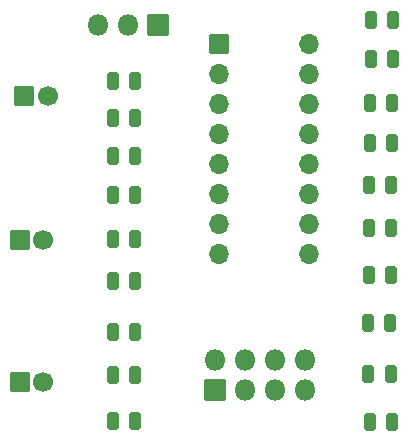
<source format=gts>
%TF.GenerationSoftware,KiCad,Pcbnew,(6.0.2)*%
%TF.CreationDate,2022-04-01T15:41:46-05:00*%
%TF.ProjectId,delayEffect,64656c61-7945-4666-9665-63742e6b6963,rev?*%
%TF.SameCoordinates,Original*%
%TF.FileFunction,Soldermask,Top*%
%TF.FilePolarity,Negative*%
%FSLAX46Y46*%
G04 Gerber Fmt 4.6, Leading zero omitted, Abs format (unit mm)*
G04 Created by KiCad (PCBNEW (6.0.2)) date 2022-04-01 15:41:46*
%MOMM*%
%LPD*%
G01*
G04 APERTURE LIST*
G04 Aperture macros list*
%AMRoundRect*
0 Rectangle with rounded corners*
0 $1 Rounding radius*
0 $2 $3 $4 $5 $6 $7 $8 $9 X,Y pos of 4 corners*
0 Add a 4 corners polygon primitive as box body*
4,1,4,$2,$3,$4,$5,$6,$7,$8,$9,$2,$3,0*
0 Add four circle primitives for the rounded corners*
1,1,$1+$1,$2,$3*
1,1,$1+$1,$4,$5*
1,1,$1+$1,$6,$7*
1,1,$1+$1,$8,$9*
0 Add four rect primitives between the rounded corners*
20,1,$1+$1,$2,$3,$4,$5,0*
20,1,$1+$1,$4,$5,$6,$7,0*
20,1,$1+$1,$6,$7,$8,$9,0*
20,1,$1+$1,$8,$9,$2,$3,0*%
G04 Aperture macros list end*
%ADD10O,1.800000X1.800000*%
%ADD11RoundRect,0.050000X0.850000X-0.850000X0.850000X0.850000X-0.850000X0.850000X-0.850000X-0.850000X0*%
%ADD12RoundRect,0.293750X0.243750X0.456250X-0.243750X0.456250X-0.243750X-0.456250X0.243750X-0.456250X0*%
%ADD13RoundRect,0.050000X-0.800000X-0.800000X0.800000X-0.800000X0.800000X0.800000X-0.800000X0.800000X0*%
%ADD14C,1.700000*%
%ADD15RoundRect,0.293750X-0.243750X-0.456250X0.243750X-0.456250X0.243750X0.456250X-0.243750X0.456250X0*%
%ADD16O,1.700000X1.700000*%
%ADD17RoundRect,0.050000X-0.850000X0.850000X-0.850000X-0.850000X0.850000X-0.850000X0.850000X0.850000X0*%
G04 APERTURE END LIST*
D10*
%TO.C,J1*%
X136525000Y-92075000D03*
X136525000Y-94615000D03*
X133985000Y-92075000D03*
X133985000Y-94615000D03*
X131445000Y-92075000D03*
X131445000Y-94615000D03*
X128905000Y-92075000D03*
D11*
X128905000Y-94615000D03*
%TD*%
D12*
%TO.C,C1*%
X122120900Y-68478400D03*
X120245900Y-68478400D03*
%TD*%
D13*
%TO.C,C2*%
X112757200Y-69799200D03*
D14*
X114757200Y-69799200D03*
%TD*%
%TO.C,C3*%
X114395000Y-81915000D03*
D13*
X112395000Y-81915000D03*
%TD*%
D15*
%TO.C,C4*%
X120245900Y-93421200D03*
X122120900Y-93421200D03*
%TD*%
%TO.C,C5*%
X122120900Y-74853800D03*
X120245900Y-74853800D03*
%TD*%
D12*
%TO.C,C6*%
X143888700Y-97332800D03*
X142013700Y-97332800D03*
%TD*%
%TO.C,C7*%
X141912100Y-93319600D03*
X143787100Y-93319600D03*
%TD*%
%TO.C,C8*%
X122120900Y-89763600D03*
X120245900Y-89763600D03*
%TD*%
%TO.C,C9*%
X142143000Y-63296800D03*
X144018000Y-63296800D03*
%TD*%
D15*
%TO.C,C10*%
X120245900Y-78181200D03*
X122120900Y-78181200D03*
%TD*%
%TO.C,C11*%
X122120900Y-81838800D03*
X120245900Y-81838800D03*
%TD*%
%TO.C,C12*%
X143891000Y-73761600D03*
X142016000Y-73761600D03*
%TD*%
%TO.C,C13*%
X142143000Y-66624200D03*
X144018000Y-66624200D03*
%TD*%
D13*
%TO.C,C14*%
X112395000Y-93980000D03*
D14*
X114395000Y-93980000D03*
%TD*%
D12*
%TO.C,R2*%
X141889000Y-88950800D03*
X143764000Y-88950800D03*
%TD*%
%TO.C,R3*%
X143865600Y-84886800D03*
X141990600Y-84886800D03*
%TD*%
%TO.C,R4*%
X141939800Y-80975200D03*
X143814800Y-80975200D03*
%TD*%
D15*
%TO.C,R5*%
X120245900Y-85445600D03*
X122120900Y-85445600D03*
%TD*%
D12*
%TO.C,R6*%
X143865600Y-77266800D03*
X141990600Y-77266800D03*
%TD*%
%TO.C,R7*%
X143941800Y-70383400D03*
X142066800Y-70383400D03*
%TD*%
D15*
%TO.C,R8*%
X122120900Y-97282000D03*
X120245900Y-97282000D03*
%TD*%
%TO.C,R9*%
X120245900Y-71628000D03*
X122120900Y-71628000D03*
%TD*%
D13*
%TO.C,U1*%
X129286201Y-65328201D03*
D16*
X136906201Y-83108201D03*
X129286201Y-67868201D03*
X136906201Y-80568201D03*
X129286201Y-70408201D03*
X136906201Y-78028201D03*
X129286201Y-72948201D03*
X136906201Y-75488201D03*
X129286201Y-75488201D03*
X136906201Y-72948201D03*
X129286201Y-78028201D03*
X136906201Y-70408201D03*
X129286201Y-80568201D03*
X136906201Y-67868201D03*
X129286201Y-83108201D03*
X136906201Y-65328201D03*
%TD*%
D17*
%TO.C,J2*%
X124079000Y-63779400D03*
D10*
X121539000Y-63779400D03*
X118999000Y-63779400D03*
%TD*%
M02*

</source>
